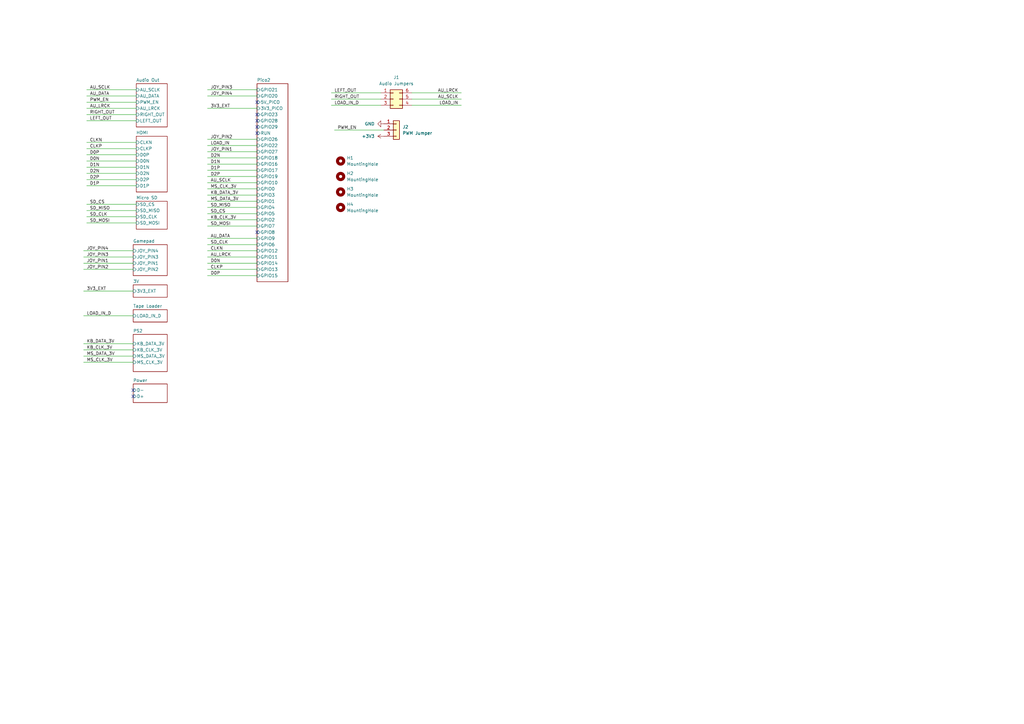
<source format=kicad_sch>
(kicad_sch (version 20231120) (generator "eeschema") (generator_version "8.0")
  (paper "A3")
  (title_block (title "Valera") (date "2025-01-08") (rev "1.0") (company "Mikhail Matveev") (comment 1 "https://github.com/xtremespb/valera"))
  (lib_symbols
    (symbol "Connector_Generic:Conn_01x03" (pin_names (offset 1.016) hide)
      (property "Reference" "J" (at 0 5.08 0))
      (property "Value" "Conn_01x03" (at 0 -5.08 0))
      (symbol "Conn_01x03_1_1"
        (rectangle (start -1.27 -2.413) (end 0 -2.667) (stroke (width 0.1524)))
        (rectangle (start -1.27 0.127) (end 0 -0.127) (stroke (width 0.1524)))
        (rectangle (start -1.27 2.667) (end 0 2.413) (stroke (width 0.1524)))
        (rectangle (start -1.27 3.81) (end 1.27 -3.81) (stroke (width 0.254)) (fill (type background)))
        (pin passive line (at -5.08 2.54 0) (length 3.81) (name "Pin_1") (number "1"))
        (pin passive line (at -5.08 0 0) (length 3.81) (name "Pin_2") (number "2"))
        (pin passive line (at -5.08 -2.54 0) (length 3.81) (name "Pin_3") (number "3"))
      )
    )
    (symbol "Connector_Generic:Conn_02x03_Counter_Clockwise" (pin_names (offset 1.016) hide)
      (property "Reference" "J" (at 1.27 5.08 0))
      (property "Value" "Conn_02x03_Counter_Clockwise" (at 1.27 -5.08 0))
      (symbol "Conn_02x03_Counter_Clockwise_1_1"
        (rectangle (start -1.27 -2.413) (end 0 -2.667) (stroke (width 0.1524)))
        (rectangle (start -1.27 0.127) (end 0 -0.127) (stroke (width 0.1524)))
        (rectangle (start -1.27 2.667) (end 0 2.413) (stroke (width 0.1524)))
        (rectangle (start -1.27 3.81) (end 3.81 -3.81) (stroke (width 0.254)) (fill (type background)))
        (rectangle (start 3.81 -2.413) (end 2.54 -2.667) (stroke (width 0.1524)))
        (rectangle (start 3.81 0.127) (end 2.54 -0.127) (stroke (width 0.1524)))
        (rectangle (start 3.81 2.667) (end 2.54 2.413) (stroke (width 0.1524)))
        (pin passive line (at -5.08 2.54 0) (length 3.81) (name "Pin_1") (number "1"))
        (pin passive line (at -5.08 0 0) (length 3.81) (name "Pin_2") (number "2"))
        (pin passive line (at -5.08 -2.54 0) (length 3.81) (name "Pin_3") (number "3"))
        (pin passive line (at 7.62 -2.54 180) (length 3.81) (name "Pin_4") (number "4"))
        (pin passive line (at 7.62 0 180) (length 3.81) (name "Pin_5") (number "5"))
        (pin passive line (at 7.62 2.54 180) (length 3.81) (name "Pin_6") (number "6"))
      )
    )
    (symbol "Mechanical:MountingHole" (pin_names (offset 1.016)) (exclude_from_sim yes) (in_bom no)
      (property "Reference" "H" (at 0 5.08 0))
      (property "Value" "MountingHole" (at 0 3.175 0))
      (symbol "MountingHole_0_1"
        (circle (center 0 0) (radius 1.27) (stroke (width 1.27)))
      )
    )
    (symbol "power:+3V3" (power) (pin_numbers hide) (pin_names (offset 0) hide)
      (property "Value" "+3V3" (at 0 3.556 0))
      (symbol "+3V3_0_1"
        (polyline (pts (xy -0.762 1.27) (xy 0 2.54)))
        (polyline (pts (xy 0 0) (xy 0 2.54)))
        (polyline (pts (xy 0 2.54) (xy 0.762 1.27)))
      )
      (symbol "+3V3_1_1"
        (pin power_in line (at 0 0 90) (length 0) (name "~") (number "1"))
      )
    )
    (symbol "power:GND" (power) (pin_numbers hide) (pin_names (offset 0) hide)
      (property "Value" "GND" (at 0 -3.81 0))
      (symbol "GND_0_1"
        (polyline (pts (xy 0 0) (xy 0 -1.27) (xy 1.27 -1.27) (xy 0 -2.54) (xy -1.27 -1.27) (xy 0 -1.27)))
      )
      (symbol "GND_1_1"
        (pin power_in line (at 0 0 270) (length 0) (name "~") (number "1"))
      )
    )
  )
  (no_connect (at 105.41 52.07))
  (no_connect (at 54.61 162.56))
  (no_connect (at 54.61 160.02))
  (no_connect (at 105.41 46.99))
  (no_connect (at 105.41 49.53))
  (no_connect (at 105.41 54.61))
  (no_connect (at 105.41 95.25))
  (no_connect (at 105.41 41.91))
  (wire (pts (xy 85.09 80.01) (xy 105.41 80.01)))
  (wire (pts (xy 85.09 44.45) (xy 105.41 44.45)))
  (wire (pts (xy 85.09 72.39) (xy 105.41 72.39)))
  (wire (pts (xy 34.29 129.54) (xy 54.61 129.54)))
  (wire (pts (xy 35.56 49.53) (xy 55.88 49.53)))
  (wire (pts (xy 35.56 36.83) (xy 55.88 36.83)))
  (wire (pts (xy 85.09 62.23) (xy 105.41 62.23)))
  (wire (pts (xy 34.29 148.59) (xy 54.61 148.59)))
  (wire (pts (xy 35.56 76.2) (xy 55.88 76.2)))
  (wire (pts (xy 85.09 69.85) (xy 105.41 69.85)))
  (wire (pts (xy 35.56 86.36) (xy 55.88 86.36)))
  (wire (pts (xy 85.09 102.87) (xy 105.41 102.87)))
  (wire (pts (xy 35.56 91.44) (xy 55.88 91.44)))
  (wire (pts (xy 35.56 88.9) (xy 55.88 88.9)))
  (wire (pts (xy 85.09 113.03) (xy 105.41 113.03)))
  (wire (pts (xy 35.56 63.5) (xy 55.88 63.5)))
  (wire (pts (xy 85.09 105.41) (xy 105.41 105.41)))
  (wire (pts (xy 85.09 110.49) (xy 105.41 110.49)))
  (wire (pts (xy 34.29 140.97) (xy 54.61 140.97)))
  (wire (pts (xy 34.29 119.38) (xy 54.61 119.38)))
  (wire (pts (xy 35.56 41.91) (xy 55.88 41.91)))
  (wire (pts (xy 85.09 64.77) (xy 105.41 64.77)))
  (wire (pts (xy 85.09 77.47) (xy 105.41 77.47)))
  (wire (pts (xy 85.09 39.37) (xy 105.41 39.37)))
  (wire (pts (xy 189.23 40.64) (xy 168.91 40.64)))
  (wire (pts (xy 34.29 143.51) (xy 54.61 143.51)))
  (wire (pts (xy 137.16 53.34) (xy 157.48 53.34)))
  (wire (pts (xy 35.56 39.37) (xy 55.88 39.37)))
  (wire (pts (xy 35.56 71.12) (xy 55.88 71.12)))
  (wire (pts (xy 85.09 57.15) (xy 105.41 57.15)))
  (wire (pts (xy 85.09 92.71) (xy 105.41 92.71)))
  (wire (pts (xy 34.29 107.95) (xy 54.61 107.95)))
  (wire (pts (xy 85.09 59.69) (xy 105.41 59.69)))
  (wire (pts (xy 34.29 105.41) (xy 54.61 105.41)))
  (wire (pts (xy 189.23 43.18) (xy 168.91 43.18)))
  (wire (pts (xy 135.89 43.18) (xy 156.21 43.18)))
  (wire (pts (xy 35.56 73.66) (xy 55.88 73.66)))
  (wire (pts (xy 34.29 110.49) (xy 54.61 110.49)))
  (wire (pts (xy 35.56 44.45) (xy 55.88 44.45)))
  (wire (pts (xy 85.09 82.55) (xy 105.41 82.55)))
  (wire (pts (xy 35.56 83.82) (xy 55.88 83.82)))
  (wire (pts (xy 34.29 146.05) (xy 54.61 146.05)))
  (wire (pts (xy 34.29 102.87) (xy 54.61 102.87)))
  (wire (pts (xy 135.89 40.64) (xy 156.21 40.64)))
  (wire (pts (xy 85.09 67.31) (xy 105.41 67.31)))
  (wire (pts (xy 35.56 68.58) (xy 55.88 68.58)))
  (wire (pts (xy 85.09 36.83) (xy 105.41 36.83)))
  (wire (pts (xy 85.09 90.17) (xy 105.41 90.17)))
  (wire (pts (xy 189.23 38.1) (xy 168.91 38.1)))
  (wire (pts (xy 35.56 66.04) (xy 55.88 66.04)))
  (wire (pts (xy 135.89 38.1) (xy 156.21 38.1)))
  (wire (pts (xy 35.56 46.99) (xy 55.88 46.99)))
  (wire (pts (xy 35.56 58.42) (xy 55.88 58.42)))
  (wire (pts (xy 85.09 107.95) (xy 105.41 107.95)))
  (wire (pts (xy 35.56 60.96) (xy 55.88 60.96)))
  (wire (pts (xy 85.09 74.93) (xy 105.41 74.93)))
  (wire (pts (xy 85.09 87.63) (xy 105.41 87.63)))
  (wire (pts (xy 85.09 100.33) (xy 105.41 100.33)))
  (wire (pts (xy 85.09 97.79) (xy 105.41 97.79)))
  (wire (pts (xy 85.09 85.09) (xy 105.41 85.09)))
  (label "D1N" (at 36.83 68.58 0))
  (label "LOAD_IN_D" (at 35.56 129.54 0))
  (label "LEFT_OUT" (at 137.16 38.1 0))
  (label "RIGHT_OUT" (at 137.16 40.64 0))
  (label "D2N" (at 36.83 71.12 0))
  (label "AU_DATA" (at 86.36 97.79 0))
  (label "SD_MISO" (at 86.36 85.09 0))
  (label "JOY_PIN1" (at 35.56 107.95 0))
  (label "CLKN" (at 86.36 102.87 0))
  (label "CLKP" (at 36.83 60.96 0))
  (label "KB_CLK_3V" (at 86.36 90.17 0))
  (label "AU_LRCK" (at 86.36 105.41 0))
  (label "SD_CLK" (at 36.83 88.9 0))
  (label "AU_DATA" (at 36.83 39.37 0))
  (label "LOAD_IN" (at 187.96 43.18 180))
  (label "JOY_PIN3" (at 35.56 105.41 0))
  (label "AU_SCLK" (at 187.96 40.64 180))
  (label "D0P" (at 36.83 63.5 0))
  (label "RIGHT_OUT" (at 36.83 46.99 0))
  (label "SD_CS" (at 36.83 83.82 0))
  (label "KB_DATA_3V" (at 35.56 140.97 0))
  (label "CLKP" (at 86.36 110.49 0))
  (label "3V3_EXT" (at 35.56 119.38 0))
  (label "KB_CLK_3V" (at 35.56 143.51 0))
  (label "SD_MOSI" (at 36.83 91.44 0))
  (label "D0N" (at 36.83 66.04 0))
  (label "LOAD_IN" (at 86.36 59.69 0))
  (label "PWM_EN" (at 36.83 41.91 0))
  (label "JOY_PIN3" (at 86.36 36.83 0))
  (label "MS_DATA_3V" (at 86.36 82.55 0))
  (label "3V3_EXT" (at 86.36 44.45 0))
  (label "PWM_EN" (at 138.43 53.34 0))
  (label "SD_CLK" (at 86.36 100.33 0))
  (label "AU_SCLK" (at 86.36 74.93 0))
  (label "KB_DATA_3V" (at 86.36 80.01 0))
  (label "D0P" (at 86.36 113.03 0))
  (label "SD_CS" (at 86.36 87.63 0))
  (label "JOY_PIN1" (at 86.36 62.23 0))
  (label "LOAD_IN_D" (at 137.16 43.18 0))
  (label "AU_LRCK" (at 187.96 38.1 180))
  (label "JOY_PIN4" (at 35.56 102.87 0))
  (label "D2P" (at 36.83 73.66 0))
  (label "D1N" (at 86.36 67.31 0))
  (label "JOY_PIN2" (at 86.36 57.15 0))
  (label "SD_MOSI" (at 86.36 92.71 0))
  (label "MS_DATA_3V" (at 35.56 146.05 0))
  (label "JOY_PIN2" (at 35.56 110.49 0))
  (label "JOY_PIN4" (at 86.36 39.37 0))
  (label "D2P" (at 86.36 72.39 0))
  (label "D1P" (at 36.83 76.2 0))
  (label "LEFT_OUT" (at 36.83 49.53 0))
  (label "CLKN" (at 36.83 58.42 0))
  (label "D0N" (at 86.36 107.95 0))
  (label "AU_SCLK" (at 36.83 36.83 0))
  (label "D2N" (at 86.36 64.77 0))
  (label "SD_MISO" (at 36.83 86.36 0))
  (label "D1P" (at 86.36 69.85 0))
  (label "AU_LRCK" (at 36.83 44.45 0))
  (label "MS_CLK_3V" (at 86.36 77.47 0))
  (label "MS_CLK_3V" (at 35.56 148.59 0))
  (symbol (lib_id "Mechanical:MountingHole") (at 139.7 78.74 0) (unit 1) (exclude_from_sim yes) (in_bom no)
    (property "Reference" "H3" (at 142.24 77.4699 0) (effects (justify left)))
    (property "Value" "MountingHole" (at 142.24 80.0099 0) (effects (justify left)))
    (property "Footprint" "LIBS:MountingHole_2.7" (effects (hide yes)))
    (property "Description" "Mounting Hole without connection" (effects (hide yes)))
  )
  (symbol (lib_id "power:+3V3") (at 157.48 55.88 90) (unit 1)
    (property "Reference" "#PWR02" (effects (hide yes)))
    (property "Value" "+3V3" (at 153.67 55.8799 90) (effects (justify left)))
    (property "Description" "Power symbol creates a global label with name \"+3V3\"" (effects (hide yes)))
  )
  (symbol (lib_id "Connector_Generic:Conn_01x03") (at 162.56 53.34 0) (unit 1)
    (property "Reference" "J2" (at 165.1 52.0699 0) (effects (justify left)))
    (property "Value" "PWM Jumper" (at 165.1 54.6099 0) (effects (justify left)))
    (property "Footprint" "LIBS:PinHeader_1x03" (effects (hide yes)))
    (property "Description" "Generic connector, single row, 01x03, script generated (kicad-library-utils/schlib/autogen/connector/)" (effects (hide yes)))
  )
  (symbol (lib_id "Connector_Generic:Conn_02x03_Counter_Clockwise") (at 161.29 40.64 0) (unit 1)
    (property "Reference" "J1" (at 162.56 31.75 0))
    (property "Value" "Audio Jumpers" (at 162.56 34.29 0))
    (property "Footprint" "LIBS:PinHeader_2x03" (effects (hide yes)))
    (property "Description" "Generic connector, double row, 02x03, counter clockwise pin numbering scheme (similar to DIP package numbering), script generated (kicad-library-utils/schlib/autogen/connector/)" (effects (hide yes)))
  )
  (symbol (lib_id "Mechanical:MountingHole") (at 139.7 85.09 0) (unit 1) (exclude_from_sim yes) (in_bom no)
    (property "Reference" "H4" (at 142.24 83.8199 0) (effects (justify left)))
    (property "Value" "MountingHole" (at 142.24 86.3599 0) (effects (justify left)))
    (property "Footprint" "LIBS:MountingHole_2.7" (effects (hide yes)))
    (property "Description" "Mounting Hole without connection" (effects (hide yes)))
  )
  (symbol (lib_id "Mechanical:MountingHole") (at 139.7 66.04 0) (unit 1) (exclude_from_sim yes) (in_bom no)
    (property "Reference" "H1" (at 142.24 64.7699 0) (effects (justify left)))
    (property "Value" "MountingHole" (at 142.24 67.3099 0) (effects (justify left)))
    (property "Footprint" "LIBS:MountingHole_2.7" (effects (hide yes)))
    (property "Description" "Mounting Hole without connection" (effects (hide yes)))
  )
  (symbol (lib_id "power:GND") (at 157.48 50.8 270) (unit 1)
    (property "Reference" "#PWR01" (effects (hide yes)))
    (property "Value" "GND" (at 153.67 50.7999 90) (effects (justify right)))
    (property "Description" "Power symbol creates a global label with name \"GND\" , ground" (effects (hide yes)))
  )
  (symbol (lib_id "Mechanical:MountingHole") (at 139.7 72.39 0) (unit 1) (exclude_from_sim yes) (in_bom no)
    (property "Reference" "H2" (at 142.24 71.1199 0) (effects (justify left)))
    (property "Value" "MountingHole" (at 142.24 73.6599 0) (effects (justify left)))
    (property "Footprint" "LIBS:MountingHole_2.7" (effects (hide yes)))
    (property "Description" "Mounting Hole without connection" (effects (hide yes)))
  )
  (sheet (at 54.61 100.33) (size 13.97 12.7) (stroke (width 0.1524))
    (property "Sheetname" "Gamepad" (at 54.61 99.6184 0) (effects (justify left bottom)))
    (property "Sheetfile" "gamepad.kicad_sch" (effects (hide yes)))
    (pin "JOY_PIN4" input (at 54.61 102.87 180))
    (pin "JOY_PIN3" input (at 54.61 105.41 180))
    (pin "JOY_PIN1" input (at 54.61 107.95 180))
    (pin "JOY_PIN2" input (at 54.61 110.49 180))
  )
  (sheet (at 55.88 55.88) (size 12.7 22.86) (stroke (width 0.1524))
    (property "Sheetname" "HDMI" (at 55.88 55.1684 0) (effects (justify left bottom)))
    (property "Sheetfile" "hdmi.kicad_sch" (effects (hide yes)))
    (pin "CLKN" input (at 55.88 58.42 180))
    (pin "CLKP" input (at 55.88 60.96 180))
    (pin "D0P" input (at 55.88 63.5 180))
    (pin "D0N" input (at 55.88 66.04 180))
    (pin "D1N" input (at 55.88 68.58 180))
    (pin "D2N" input (at 55.88 71.12 180))
    (pin "D2P" input (at 55.88 73.66 180))
    (pin "D1P" input (at 55.88 76.2 180))
  )
  (sheet (at 54.61 127) (size 13.97 5.08) (stroke (width 0.1524))
    (property "Sheetname" "Tape Loader" (at 54.61 126.2884 0) (effects (justify left bottom)))
    (property "Sheetfile" "tape.kicad_sch" (effects (hide yes)))
    (pin "LOAD_IN_D" input (at 54.61 129.54 180))
  )
  (sheet (at 54.61 137.16) (size 13.97 15.24) (stroke (width 0.1524))
    (property "Sheetname" "PS2" (at 54.61 136.4484 0) (effects (justify left bottom)))
    (property "Sheetfile" "ps2.kicad_sch" (effects (hide yes)))
    (pin "KB_DATA_3V" input (at 54.61 140.97 180))
    (pin "KB_CLK_3V" input (at 54.61 143.51 180))
    (pin "MS_DATA_3V" input (at 54.61 146.05 180))
    (pin "MS_CLK_3V" input (at 54.61 148.59 180))
  )
  (sheet (at 55.88 82.55) (size 12.7 11.43) (stroke (width 0.1524))
    (property "Sheetname" "Micro SD" (at 55.88 81.8384 0) (effects (justify left bottom)))
    (property "Sheetfile" "microsd.kicad_sch" (effects (hide yes)))
    (pin "SD_CS" input (at 55.88 83.82 180))
    (pin "SD_MISO" input (at 55.88 86.36 180))
    (pin "SD_CLK" input (at 55.88 88.9 180))
    (pin "SD_MOSI" input (at 55.88 91.44 180))
  )
  (sheet (at 55.88 34.29) (size 12.7 17.78) (stroke (width 0.1524))
    (property "Sheetname" "Audio Out" (at 55.88 33.5784 0) (effects (justify left bottom)))
    (property "Sheetfile" "audio_out.kicad_sch" (effects (hide yes)))
    (pin "AU_SCLK" input (at 55.88 36.83 180))
    (pin "AU_DATA" input (at 55.88 39.37 180))
    (pin "PWM_EN" input (at 55.88 41.91 180))
    (pin "AU_LRCK" input (at 55.88 44.45 180))
    (pin "RIGHT_OUT" input (at 55.88 46.99 180))
    (pin "LEFT_OUT" input (at 55.88 49.53 180))
  )
  (sheet (at 54.61 157.48) (size 13.97 7.62) (stroke (width 0.1524))
    (property "Sheetname" "Power" (at 54.61 156.7684 0) (effects (justify left bottom)))
    (property "Sheetfile" "power.kicad_sch" (effects (hide yes)))
    (pin "D-" input (at 54.61 160.02 180))
    (pin "D+" input (at 54.61 162.56 180))
  )
  (sheet (at 54.61 116.84) (size 13.97 5.08) (stroke (width 0.1524))
    (property "Sheetname" "3V" (at 54.61 116.1284 0) (effects (justify left bottom)))
    (property "Sheetfile" "3v.kicad_sch" (effects (hide yes)))
    (pin "3V3_EXT" input (at 54.61 119.38 180))
  )
  (sheet (at 105.41 34.29) (size 12.7 81.28) (stroke (width 0.1524))
    (property "Sheetname" "Pico2" (at 105.41 33.5784 0) (effects (justify left bottom)))
    (property "Sheetfile" "pico2.kicad_sch" (effects (hide yes)))
    (pin "GPIO21" input (at 105.41 36.83 180))
    (pin "GPIO20" input (at 105.41 39.37 180))
    (pin "5V_PICO" input (at 105.41 41.91 180))
    (pin "3V3_PICO" input (at 105.41 44.45 180))
    (pin "GPIO23" input (at 105.41 46.99 180))
    (pin "GPIO28" input (at 105.41 49.53 180))
    (pin "GPIO29" input (at 105.41 52.07 180))
    (pin "RUN" input (at 105.41 54.61 180))
    (pin "GPIO26" input (at 105.41 57.15 180))
    (pin "GPIO22" input (at 105.41 59.69 180))
    (pin "GPIO27" input (at 105.41 62.23 180))
    (pin "GPIO18" input (at 105.41 64.77 180))
    (pin "GPIO16" input (at 105.41 67.31 180))
    (pin "GPIO17" input (at 105.41 69.85 180))
    (pin "GPIO19" input (at 105.41 72.39 180))
    (pin "GPIO10" input (at 105.41 74.93 180))
    (pin "GPIO0" input (at 105.41 77.47 180))
    (pin "GPIO3" input (at 105.41 80.01 180))
    (pin "GPIO1" input (at 105.41 82.55 180))
    (pin "GPIO4" input (at 105.41 85.09 180))
    (pin "GPIO5" input (at 105.41 87.63 180))
    (pin "GPIO2" input (at 105.41 90.17 180))
    (pin "GPIO7" input (at 105.41 92.71 180))
    (pin "GPIO8" input (at 105.41 95.25 180))
    (pin "GPIO9" input (at 105.41 97.79 180))
    (pin "GPIO6" input (at 105.41 100.33 180))
    (pin "GPIO12" input (at 105.41 102.87 180))
    (pin "GPIO11" input (at 105.41 105.41 180))
    (pin "GPIO14" input (at 105.41 107.95 180))
    (pin "GPIO13" input (at 105.41 110.49 180))
    (pin "GPIO15" input (at 105.41 113.03 180))
  )
)
</source>
